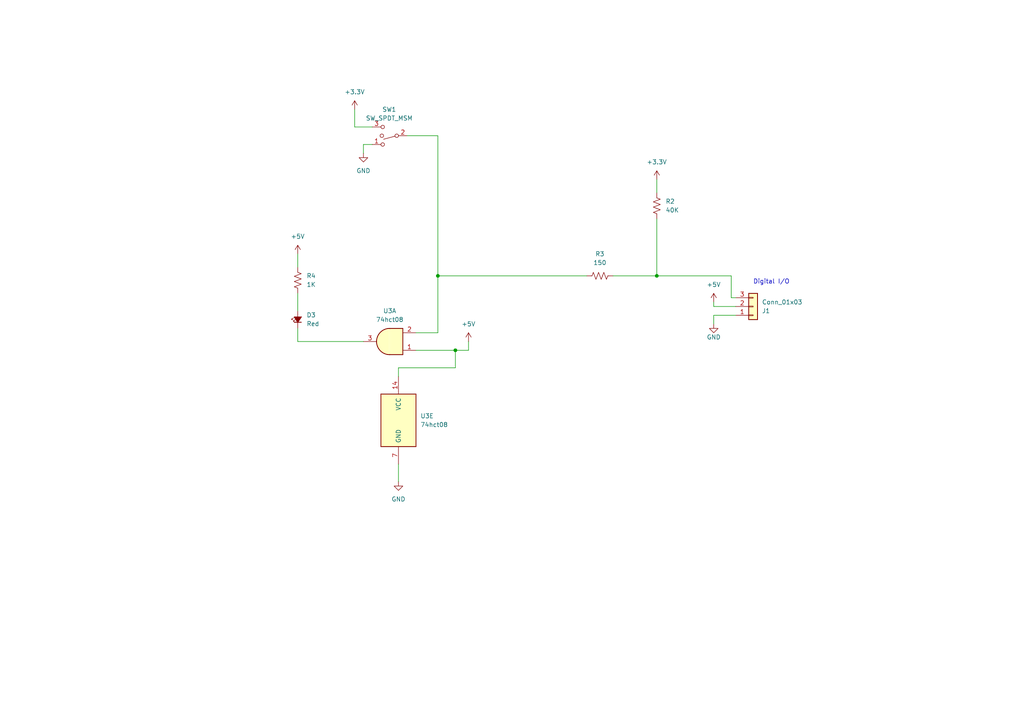
<source format=kicad_sch>
(kicad_sch (version 20230121) (generator eeschema)
  (paper "A4")
  (lib_symbols
    (symbol "74xx:74LS08" (pin_names (offset 1.016))
      (property "Reference" "U" (at 0 1.27 0))
      (property "Value" "74LS08" (at 0 -1.27 0))
      (symbol "74LS08_1_1"
        (arc (start 0 -3.81) (mid 3.7934 0) (end 0 3.81) (stroke (width 0.254)) (fill (type background)))
        (polyline (pts (xy 0 3.81) (xy -3.81 3.81) (xy -3.81 -3.81) (xy 0 -3.81)) (stroke (width 0.254)) (fill (type background)))
        (pin input line (at -7.62 2.54 0) (length 3.81) (name "~") (number "1"))
        (pin input line (at -7.62 -2.54 0) (length 3.81) (name "~") (number "2"))
        (pin output line (at 7.62 0 180) (length 3.81) (name "~") (number "3"))
      )
      (symbol "74LS08_1_2"
        (arc (start -3.81 -3.81) (mid -2.589 0) (end -3.81 3.81) (stroke (width 0.254)))
        (arc (start -0.6096 -3.81) (mid 2.1842 -2.5851) (end 3.81 0) (stroke (width 0.254)) (fill (type background)))
        (polyline (pts (xy -3.81 -3.81) (xy -0.635 -3.81)) (stroke (width 0.254)) (fill (type background)))
        (polyline (pts (xy -3.81 3.81) (xy -0.635 3.81)) (stroke (width 0.254)) (fill (type background)))
        (polyline (pts (xy -0.635 3.81) (xy -3.81 3.81) (xy -3.81 3.81) (xy -3.556 3.4036) (xy -3.0226 2.2606) (xy -2.6924 1.0414) (xy -2.6162 -0.254) (xy -2.7686 -1.4986) (xy -3.175 -2.7178) (xy -3.81 -3.81) (xy -3.81 -3.81) (xy -0.635 -3.81)) (stroke (width -25.4)) (fill (type background)))
        (arc (start 3.81 0) (mid 2.1915 2.5936) (end -0.6096 3.81) (stroke (width 0.254)) (fill (type background)))
        (pin input inverted (at -7.62 2.54 0) (length 4.318) (name "~") (number "1"))
        (pin input inverted (at -7.62 -2.54 0) (length 4.318) (name "~") (number "2"))
        (pin output inverted (at 7.62 0 180) (length 3.81) (name "~") (number "3"))
      )
      (symbol "74LS08_2_1"
        (arc (start 0 -3.81) (mid 3.7934 0) (end 0 3.81) (stroke (width 0.254)) (fill (type background)))
        (polyline (pts (xy 0 3.81) (xy -3.81 3.81) (xy -3.81 -3.81) (xy 0 -3.81)) (stroke (width 0.254)) (fill (type background)))
        (pin input line (at -7.62 2.54 0) (length 3.81) (name "~") (number "4"))
        (pin input line (at -7.62 -2.54 0) (length 3.81) (name "~") (number "5"))
        (pin output line (at 7.62 0 180) (length 3.81) (name "~") (number "6"))
      )
      (symbol "74LS08_2_2"
        (arc (start -3.81 -3.81) (mid -2.589 0) (end -3.81 3.81) (stroke (width 0.254)))
        (arc (start -0.6096 -3.81) (mid 2.1842 -2.5851) (end 3.81 0) (stroke (width 0.254)) (fill (type background)))
        (polyline (pts (xy -3.81 -3.81) (xy -0.635 -3.81)) (stroke (width 0.254)) (fill (type background)))
        (polyline (pts (xy -3.81 3.81) (xy -0.635 3.81)) (stroke (width 0.254)) (fill (type background)))
        (polyline (pts (xy -0.635 3.81) (xy -3.81 3.81) (xy -3.81 3.81) (xy -3.556 3.4036) (xy -3.0226 2.2606) (xy -2.6924 1.0414) (xy -2.6162 -0.254) (xy -2.7686 -1.4986) (xy -3.175 -2.7178) (xy -3.81 -3.81) (xy -3.81 -3.81) (xy -0.635 -3.81)) (stroke (width -25.4)) (fill (type background)))
        (arc (start 3.81 0) (mid 2.1915 2.5936) (end -0.6096 3.81) (stroke (width 0.254)) (fill (type background)))
        (pin input inverted (at -7.62 2.54 0) (length 4.318) (name "~") (number "4"))
        (pin input inverted (at -7.62 -2.54 0) (length 4.318) (name "~") (number "5"))
        (pin output inverted (at 7.62 0 180) (length 3.81) (name "~") (number "6"))
      )
      (symbol "74LS08_3_1"
        (arc (start 0 -3.81) (mid 3.7934 0) (end 0 3.81) (stroke (width 0.254)) (fill (type background)))
        (polyline (pts (xy 0 3.81) (xy -3.81 3.81) (xy -3.81 -3.81) (xy 0 -3.81)) (stroke (width 0.254)) (fill (type background)))
        (pin input line (at -7.62 -2.54 0) (length 3.81) (name "~") (number "10"))
        (pin output line (at 7.62 0 180) (length 3.81) (name "~") (number "8"))
        (pin input line (at -7.62 2.54 0) (length 3.81) (name "~") (number "9"))
      )
      (symbol "74LS08_3_2"
        (arc (start -3.81 -3.81) (mid -2.589 0) (end -3.81 3.81) (stroke (width 0.254)))
        (arc (start -0.6096 -3.81) (mid 2.1842 -2.5851) (end 3.81 0) (stroke (width 0.254)) (fill (type background)))
        (polyline (pts (xy -3.81 -3.81) (xy -0.635 -3.81)) (stroke (width 0.254)) (fill (type background)))
        (polyline (pts (xy -3.81 3.81) (xy -0.635 3.81)) (stroke (width 0.254)) (fill (type background)))
        (polyline (pts (xy -0.635 3.81) (xy -3.81 3.81) (xy -3.81 3.81) (xy -3.556 3.4036) (xy -3.0226 2.2606) (xy -2.6924 1.0414) (xy -2.6162 -0.254) (xy -2.7686 -1.4986) (xy -3.175 -2.7178) (xy -3.81 -3.81) (xy -3.81 -3.81) (xy -0.635 -3.81)) (stroke (width -25.4)) (fill (type background)))
        (arc (start 3.81 0) (mid 2.1915 2.5936) (end -0.6096 3.81) (stroke (width 0.254)) (fill (type background)))
        (pin input inverted (at -7.62 -2.54 0) (length 4.318) (name "~") (number "10"))
        (pin output inverted (at 7.62 0 180) (length 3.81) (name "~") (number "8"))
        (pin input inverted (at -7.62 2.54 0) (length 4.318) (name "~") (number "9"))
      )
      (symbol "74LS08_4_1"
        (arc (start 0 -3.81) (mid 3.7934 0) (end 0 3.81) (stroke (width 0.254)) (fill (type background)))
        (polyline (pts (xy 0 3.81) (xy -3.81 3.81) (xy -3.81 -3.81) (xy 0 -3.81)) (stroke (width 0.254)) (fill (type background)))
        (pin output line (at 7.62 0 180) (length 3.81) (name "~") (number "11"))
        (pin input line (at -7.62 2.54 0) (length 3.81) (name "~") (number "12"))
        (pin input line (at -7.62 -2.54 0) (length 3.81) (name "~") (number "13"))
      )
      (symbol "74LS08_4_2"
        (arc (start -3.81 -3.81) (mid -2.589 0) (end -3.81 3.81) (stroke (width 0.254)))
        (arc (start -0.6096 -3.81) (mid 2.1842 -2.5851) (end 3.81 0) (stroke (width 0.254)) (fill (type background)))
        (polyline (pts (xy -3.81 -3.81) (xy -0.635 -3.81)) (stroke (width 0.254)) (fill (type background)))
        (polyline (pts (xy -3.81 3.81) (xy -0.635 3.81)) (stroke (width 0.254)) (fill (type background)))
        (polyline (pts (xy -0.635 3.81) (xy -3.81 3.81) (xy -3.81 3.81) (xy -3.556 3.4036) (xy -3.0226 2.2606) (xy -2.6924 1.0414) (xy -2.6162 -0.254) (xy -2.7686 -1.4986) (xy -3.175 -2.7178) (xy -3.81 -3.81) (xy -3.81 -3.81) (xy -0.635 -3.81)) (stroke (width -25.4)) (fill (type background)))
        (arc (start 3.81 0) (mid 2.1915 2.5936) (end -0.6096 3.81) (stroke (width 0.254)) (fill (type background)))
        (pin output inverted (at 7.62 0 180) (length 3.81) (name "~") (number "11"))
        (pin input inverted (at -7.62 2.54 0) (length 4.318) (name "~") (number "12"))
        (pin input inverted (at -7.62 -2.54 0) (length 4.318) (name "~") (number "13"))
      )
      (symbol "74LS08_5_0"
        (pin power_in line (at 0 12.7 270) (length 5.08) (name "VCC") (number "14"))
        (pin power_in line (at 0 -12.7 90) (length 5.08) (name "GND") (number "7"))
      )
      (symbol "74LS08_5_1"
        (rectangle (start -5.08 7.62) (end 5.08 -7.62) (stroke (width 0.254)) (fill (type background)))
      )
    )
    (symbol "Connector_Generic:Conn_01x03" (pin_names (offset 1.016) hide)
      (property "Reference" "J" (at 0 5.08 0))
      (property "Value" "Conn_01x03" (at 0 -5.08 0))
      (symbol "Conn_01x03_1_1"
        (rectangle (start -1.27 -2.413) (end 0 -2.667) (stroke (width 0.1524)))
        (rectangle (start -1.27 0.127) (end 0 -0.127) (stroke (width 0.1524)))
        (rectangle (start -1.27 2.667) (end 0 2.413) (stroke (width 0.1524)))
        (rectangle (start -1.27 3.81) (end 1.27 -3.81) (stroke (width 0.254)) (fill (type background)))
        (pin passive line (at -5.08 2.54 0) (length 3.81) (name "Pin_1") (number "1"))
        (pin passive line (at -5.08 0 0) (length 3.81) (name "Pin_2") (number "2"))
        (pin passive line (at -5.08 -2.54 0) (length 3.81) (name "Pin_3") (number "3"))
      )
    )
    (symbol "Device:LED_Small_Filled" (pin_numbers hide) (pin_names (offset 0.254) hide)
      (property "Reference" "D" (at -1.27 3.175 0))
      (property "Value" "LED_Small_Filled" (at -4.445 -2.54 0))
      (symbol "LED_Small_Filled_0_1"
        (polyline (pts (xy -0.762 -1.016) (xy -0.762 1.016)) (stroke (width 0.254)))
        (polyline (pts (xy 1.016 0) (xy -0.762 0)))
        (polyline (pts (xy 0.762 -1.016) (xy -0.762 0) (xy 0.762 1.016) (xy 0.762 -1.016)) (stroke (width 0.254)) (fill (type outline)))
        (polyline (pts (xy 0 0.762) (xy -0.508 1.27) (xy -0.254 1.27) (xy -0.508 1.27) (xy -0.508 1.016)))
        (polyline (pts (xy 0.508 1.27) (xy 0 1.778) (xy 0.254 1.778) (xy 0 1.778) (xy 0 1.524)))
      )
      (symbol "LED_Small_Filled_1_1"
        (pin passive line (at -2.54 0 0) (length 1.778) (name "K") (number "1"))
        (pin passive line (at 2.54 0 180) (length 1.778) (name "A") (number "2"))
      )
    )
    (symbol "Device:R_US" (pin_numbers hide) (pin_names (offset 0))
      (property "Reference" "R" (at 2.54 0 90))
      (property "Value" "R_US" (at -2.54 0 90))
      (symbol "R_US_0_1"
        (polyline (pts (xy 0 -2.286) (xy 0 -2.54)))
        (polyline (pts (xy 0 2.286) (xy 0 2.54)))
        (polyline (pts (xy 0 -0.762) (xy 1.016 -1.143) (xy 0 -1.524) (xy -1.016 -1.905) (xy 0 -2.286)))
        (polyline (pts (xy 0 0.762) (xy 1.016 0.381) (xy 0 0) (xy -1.016 -0.381) (xy 0 -0.762)))
        (polyline (pts (xy 0 2.286) (xy 1.016 1.905) (xy 0 1.524) (xy -1.016 1.143) (xy 0 0.762)))
      )
      (symbol "R_US_1_1"
        (pin passive line (at 0 3.81 270) (length 1.27) (name "~") (number "1"))
        (pin passive line (at 0 -3.81 90) (length 1.27) (name "~") (number "2"))
      )
    )
    (symbol "Switch:SW_SPDT_MSM" (pin_names (offset 0) hide)
      (property "Reference" "SW" (at 0 5.08 0))
      (property "Value" "SW_SPDT_MSM" (at 0 -5.08 0))
      (symbol "SW_SPDT_MSM_0_0"
        (circle (center -2.032 0) (radius 0.508))
        (polyline (pts (xy -1.524 0.127) (xy 1.778 1.016)))
        (circle (center 2.032 -2.54) (radius 0.508))
      )
      (symbol "SW_SPDT_MSM_0_1"
        (circle (center 2.032 2.54) (radius 0.508))
        (circle (center 2.286 0) (radius 0.508))
      )
      (symbol "SW_SPDT_MSM_1_1"
        (pin passive line (at 5.08 2.54 180) (length 2.54) (name "1") (number "1"))
        (pin passive line (at -5.08 0 0) (length 2.54) (name "2") (number "2"))
        (pin passive line (at 5.08 -2.54 180) (length 2.54) (name "3") (number "3"))
      )
    )
    (symbol "power:+3.3V" (power) (pin_names (offset 0))
      (property "Value" "+3.3V" (at 0 3.556 0))
      (symbol "+3.3V_0_1"
        (polyline (pts (xy -0.762 1.27) (xy 0 2.54)))
        (polyline (pts (xy 0 0) (xy 0 2.54)))
        (polyline (pts (xy 0 2.54) (xy 0.762 1.27)))
      )
      (symbol "+3.3V_1_1"
        (pin power_in line (at 0 0 90) (length 0) hide (name "+3.3V") (number "1"))
      )
    )
    (symbol "power:+5V" (power) (pin_names (offset 0))
      (property "Value" "+5V" (at 0 3.556 0))
      (symbol "+5V_0_1"
        (polyline (pts (xy -0.762 1.27) (xy 0 2.54)))
        (polyline (pts (xy 0 0) (xy 0 2.54)))
        (polyline (pts (xy 0 2.54) (xy 0.762 1.27)))
      )
      (symbol "+5V_1_1"
        (pin power_in line (at 0 0 90) (length 0) hide (name "+5V") (number "1"))
      )
    )
    (symbol "power:GND" (power) (pin_names (offset 0))
      (property "Value" "GND" (at 0 -3.81 0))
      (symbol "GND_0_1"
        (polyline (pts (xy 0 0) (xy 0 -1.27) (xy 1.27 -1.27) (xy 0 -2.54) (xy -1.27 -1.27) (xy 0 -1.27)))
      )
      (symbol "GND_1_1"
        (pin power_in line (at 0 0 270) (length 0) hide (name "GND") (number "1"))
      )
    )
  )
  (junction (at 190.5 80.01))
  (junction (at 132.08 101.6))
  (junction (at 127 80.01))
  (wire (pts (xy 86.36 85.09) (xy 86.36 90.17)))
  (wire (pts (xy 207.01 91.44) (xy 207.01 93.98)))
  (wire (pts (xy 212.09 80.01) (xy 212.09 86.36)))
  (wire (pts (xy 190.5 63.5) (xy 190.5 80.01)))
  (wire (pts (xy 127 80.01) (xy 127 96.52)))
  (wire (pts (xy 102.87 31.75) (xy 102.87 36.83)))
  (wire (pts (xy 86.36 99.06) (xy 86.36 95.25)))
  (wire (pts (xy 107.95 36.83) (xy 102.87 36.83)))
  (wire (pts (xy 132.08 101.6) (xy 135.89 101.6)))
  (wire (pts (xy 132.08 101.6) (xy 120.65 101.6)))
  (wire (pts (xy 170.18 80.01) (xy 127 80.01)))
  (wire (pts (xy 115.57 109.22) (xy 115.57 106.68)))
  (wire (pts (xy 212.09 80.01) (xy 190.5 80.01)))
  (wire (pts (xy 115.57 134.62) (xy 115.57 139.7)))
  (wire (pts (xy 127 39.37) (xy 118.11 39.37)))
  (wire (pts (xy 177.8 80.01) (xy 190.5 80.01)))
  (wire (pts (xy 105.41 41.91) (xy 105.41 44.45)))
  (wire (pts (xy 132.08 106.68) (xy 132.08 101.6)))
  (wire (pts (xy 213.36 88.9) (xy 207.01 88.9)))
  (wire (pts (xy 127 80.01) (xy 127 39.37)))
  (wire (pts (xy 190.5 52.07) (xy 190.5 55.88)))
  (wire (pts (xy 207.01 87.63) (xy 207.01 88.9)))
  (wire (pts (xy 213.36 91.44) (xy 207.01 91.44)))
  (wire (pts (xy 105.41 99.06) (xy 86.36 99.06)))
  (wire (pts (xy 127 96.52) (xy 120.65 96.52)))
  (wire (pts (xy 212.09 86.36) (xy 213.36 86.36)))
  (wire (pts (xy 107.95 41.91) (xy 105.41 41.91)))
  (wire (pts (xy 86.36 73.66) (xy 86.36 77.47)))
  (wire (pts (xy 135.89 99.06) (xy 135.89 101.6)))
  (wire (pts (xy 115.57 106.68) (xy 132.08 106.68)))
  (text "Digital I/O" (at 218.44 82.55 0) (effects (font (size 1.27 1.27)) (justify left bottom)))
  (symbol (lib_id "Switch:SW_SPDT_MSM") (at 113.03 39.37 180) (unit 1)
    (property "Reference" "SW1" (at 112.903 31.75 0))
    (property "Value" "SW_SPDT_MSM" (at 112.903 34.29 0))
    (instances (project "fakerio2" (path "" (reference "SW1") (unit 1)) (path "" (reference "SW2") (unit 1))))
  )
  (symbol (lib_id "power:GND") (at 115.57 139.7 0) (unit 1)
    (property "Reference" "#PWR08" (effects hide))
    (property "Value" "GND" (at 115.57 144.78 0))
    (instances (project "fakerio2" (path "" (reference "#PWR08") (unit 1)) (path "" (reference "#PWR015") (unit 1))))
  )
  (symbol (lib_id "power:+5V") (at 135.89 99.06 0) (unit 1)
    (property "Reference" "#PWR09" (effects hide))
    (property "Value" "+5V" (at 135.89 93.98 0))
    (instances (project "fakerio2" (path "" (reference "#PWR09") (unit 1)) (path "" (reference "#PWR016") (unit 1))))
  )
  (symbol (lib_id "power:GND") (at 105.41 44.45 0) (unit 1)
    (property "Reference" "#PWR07" (effects hide))
    (property "Value" "GND" (at 105.41 49.53 0))
    (instances (project "fakerio2" (path "" (reference "#PWR07") (unit 1)) (path "" (reference "#PWR014") (unit 1))))
  )
  (symbol (lib_id "Device:LED_Small_Filled") (at 86.36 92.71 90) (unit 1)
    (property "Reference" "D3" (at 88.9 91.3765 90) (effects (justify right)))
    (property "Value" "Red" (at 88.9 93.9165 90) (effects (justify right)))
    (instances (project "fakerio2" (path "" (reference "D3") (unit 1)) (path "" (reference "D4") (unit 1))))
  )
  (symbol (lib_id "Device:R_US") (at 86.36 81.28 0) (unit 1)
    (property "Reference" "R4" (at 88.9 80.01 0) (effects (justify left)))
    (property "Value" "1K" (at 88.9 82.55 0) (effects (justify left)))
    (instances (project "fakerio2" (path "" (reference "R4") (unit 1)) (path "" (reference "R5") (unit 1))))
  )
  (symbol (lib_id "power:+3.3V") (at 190.5 52.07 0) (unit 1)
    (property "Reference" "#PWR06" (effects hide))
    (property "Value" "+3.3V" (at 190.5 46.99 0))
    (instances (project "fakerio2" (path "" (reference "#PWR06") (unit 1)) (path "" (reference "#PWR017") (unit 1))))
  )
  (symbol (lib_id "Connector_Generic:Conn_01x03") (at 218.44 88.9 0) (mirror x) (unit 1)
    (property "Reference" "J1" (at 220.98 90.17 0) (effects (justify left)))
    (property "Value" "Conn_01x03" (at 220.98 87.63 0) (effects (justify left)))
    (instances (project "fakerio2" (path "" (reference "J1") (unit 1)) (path "" (reference "J2") (unit 1))))
  )
  (symbol (lib_id "74xx:74LS08") (at 113.03 99.06 180) (unit 1)
    (property "Reference" "U3" (at 113.0383 90.17 0))
    (property "Value" "74hct08" (at 113.0383 92.71 0))
    (instances (project "fakerio2" (path "" (reference "U3") (unit 1)) (path "" (reference "U4") (unit 1))))
  )
  (symbol (lib_id "Device:R_US") (at 190.5 59.69 0) (unit 1)
    (property "Reference" "R2" (at 193.04 58.42 0) (effects (justify left)))
    (property "Value" "40K" (at 193.04 60.96 0) (effects (justify left)))
    (instances (project "fakerio2" (path "" (reference "R2") (unit 1)) (path "" (reference "R7") (unit 1))))
  )
  (symbol (lib_id "power:GND") (at 207.01 93.98 0) (unit 1)
    (property "Reference" "#PWR05" (effects hide))
    (property "Value" "GND" (at 207.01 97.79 0))
    (instances (project "fakerio2" (path "" (reference "#PWR05") (unit 1)) (path "" (reference "#PWR019") (unit 1))))
  )
  (symbol (lib_id "power:+3.3V") (at 102.87 31.75 0) (unit 1)
    (property "Reference" "#PWR011" (effects hide))
    (property "Value" "+3.3V" (at 102.87 26.67 0))
    (instances (project "fakerio2" (path "" (reference "#PWR011") (unit 1)) (path "" (reference "#PWR013") (unit 1))))
  )
  (symbol (lib_id "Device:R_US") (at 173.99 80.01 90) (unit 1)
    (property "Reference" "R3" (at 173.99 73.66 90))
    (property "Value" "150" (at 173.99 76.2 90))
    (instances (project "fakerio2" (path "" (reference "R3") (unit 1)) (path "" (reference "R6") (unit 1))))
  )
  (symbol (lib_id "74xx:74LS08") (at 115.57 121.92 0) (unit 5)
    (property "Reference" "U3" (at 121.92 120.65 0) (effects (justify left)))
    (property "Value" "74hct08" (at 121.92 123.19 0) (effects (justify left)))
    (instances (project "fakerio2" (path "" (reference "U3") (unit 5)) (path "" (reference "U4") (unit 5))))
  )
  (symbol (lib_id "power:+5V") (at 86.36 73.66 0) (unit 1)
    (property "Reference" "#PWR010" (effects hide))
    (property "Value" "+5V" (at 86.36 68.58 0))
    (instances (project "fakerio2" (path "" (reference "#PWR010") (unit 1)) (path "" (reference "#PWR012") (unit 1))))
  )
  (symbol (lib_id "power:+5V") (at 207.01 87.63 0) (unit 1)
    (property "Reference" "#PWR04" (effects hide))
    (property "Value" "+5V" (at 207.01 82.55 0))
    (instances (project "fakerio2" (path "" (reference "#PWR04") (unit 1)) (path "" (reference "#PWR018") (unit 1))))
  )
)
</source>
